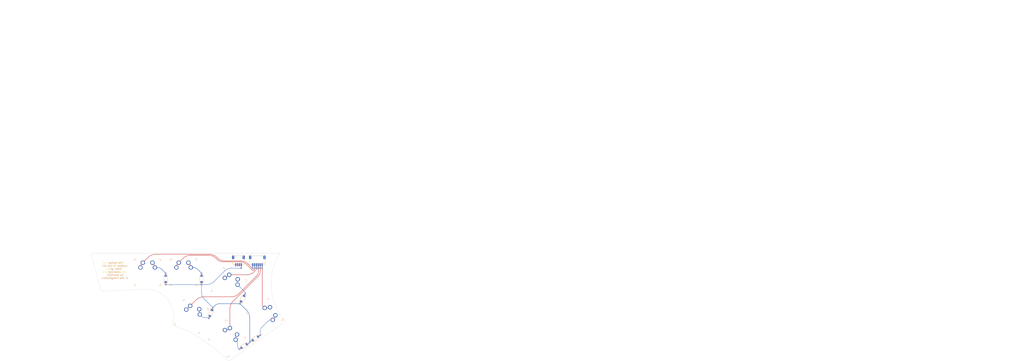
<source format=kicad_pcb>
(kicad_pcb (version 20211014) (generator pcbnew)
  (layers (0 "F.Cu" signal) (31 "B.Cu" signal) (34 "B.Paste" user) (35 "F.Paste" user) (36 "B.SilkS" user "B.Silkscreen") (37 "F.SilkS" user "F.Silkscreen") (38 "B.Mask" user) (39 "F.Mask" user) (44 "Edge.Cuts" user))
  (net 0 "")
  (footprint "Connector_JST:JST_SH_SM06B-SRSS-TB_1x06-1MP_P1.00mm_Horizontal" (layer "F.Cu") (at 154 84 180)
    (fp_text reference "REF**" hide)
    (fp_text value "JST_SH_SM06B-SRSS-TB_1x06-1MP_P1.00mm_Horizontal" hide)
    (fp_line (start -3.06 -1.785) (end -3.06 -2.775) (layer "F.SilkS") (width 0.12))
    (fp_line (start -4.11 0.715) (end -4.11 -1.785) (layer "F.SilkS") (width 0.12))
    (fp_line (start 4.11 0.715) (end 4.11 -1.785) (layer "F.SilkS") (width 0.12))
    (fp_line (start 4.11 -1.785) (end 3.06 -1.785) (layer "F.SilkS") (width 0.12))
    (fp_line (start -2.94 2.685) (end 2.94 2.685) (layer "F.SilkS") (width 0.12))
    (fp_line (start -4.11 -1.785) (end -3.06 -1.785) (layer "F.SilkS") (width 0.12))
    (pad "1" smd roundrect (at -2.5 -2 180) (size 0.6 1.55) (layers "F.Cu" "F.Paste" "F.Mask"))
    (pad "2" smd roundrect (at -1.5 -2 180) (size 0.6 1.55) (layers "F.Cu" "F.Paste" "F.Mask"))
    (pad "3" smd roundrect (at -0.5 -2 180) (size 0.6 1.55) (layers "F.Cu" "F.Paste" "F.Mask"))
    (pad "4" smd roundrect (at 0.5 -2 180) (size 0.6 1.55) (layers "F.Cu" "F.Paste" "F.Mask"))
    (pad "5" smd roundrect (at 1.5 -2 180) (size 0.6 1.55) (layers "F.Cu" "F.Paste" "F.Mask"))
    (pad "6" smd roundrect (at 2.5 -2 180) (size 0.6 1.55) (layers "F.Cu" "F.Paste" "F.Mask"))
    (pad "MP" smd roundrect (at -3.8 1.875 180) (size 1.2 1.8) (layers "F.Cu" "F.Paste" "F.Mask") (roundrect_rratio 0.2083333333))
    (pad "MP" smd roundrect (at 3.8 1.875 180) (size 1.2 1.8) (layers "F.Cu" "F.Paste" "F.Mask") (roundrect_rratio 0.2083333333))
  )
  (footprint "Diode_SMD:D_SOD-123" (layer "F.Cu") (at 129.435665 111.550492 -110)
    (fp_text reference "REF**" hide)
    (fp_text value "D_SOD-123" hide)
    (fp_line (start -2.25 -1) (end 1.65 -1) (layer "F.SilkS") (width 0.12))
    (fp_line (start -2.25 1) (end 1.65 1) (layer "F.SilkS") (width 0.12))
    (fp_line (start -2.25 -1) (end -2.25 1) (layer "F.SilkS") (width 0.12))
    (pad "1" smd rect (at -1.65 0 250) (size 0.9 1.2) (layers "F.Cu" "F.Paste" "F.Mask"))
    (pad "2" smd rect (at 1.65 0 250) (size 0.9 1.2) (layers "F.Cu" "F.Paste" "F.Mask"))
  )
  (footprint "keyswitches:SW_MX_reversible" (layer "F.Cu") (at 139 97 -28)
    (fp_text reference "SW*" hide)
    (fp_text value "SW_PUSH" hide)
    (fp_line (start -7 -6) (end -7 -7) (layer "B.SilkS") (width 0.15))
    (fp_line (start 7 6) (end 7 7) (layer "B.SilkS") (width 0.15))
    (fp_line (start 7 -7) (end 7 -6) (layer "B.SilkS") (width 0.15))
    (fp_line (start -7 -7) (end -6 -7) (layer "B.SilkS") (width 0.15))
    (fp_line (start -6 7) (end -7 7) (layer "B.SilkS") (width 0.15))
    (fp_line (start 7 7) (end 6 7) (layer "B.SilkS") (width 0.15))
    (fp_line (start -7 7) (end -7 6) (layer "B.SilkS") (width 0.15))
    (fp_line (start 6 -7) (end 7 -7) (layer "B.SilkS") (width 0.15))
    (fp_line (start 7 6) (end 7 7) (layer "F.SilkS") (width 0.15))
    (fp_line (start -7 7) (end -7 6) (layer "F.SilkS") (width 0.15))
    (fp_line (start 7 7) (end 6 7) (layer "F.SilkS") (width 0.15))
    (fp_line (start -7 -7) (end -6 -7) (layer "F.SilkS") (width 0.15))
    (fp_line (start 7 -7) (end 7 -6) (layer "F.SilkS") (width 0.15))
    (fp_line (start -6 7) (end -7 7) (layer "F.SilkS") (width 0.15))
    (fp_line (start -7 -6) (end -7 -7) (layer "F.SilkS") (width 0.15))
    (fp_line (start 6 -7) (end 7 -7) (layer "F.SilkS") (width 0.15))
    (pad "" np_thru_hole circle (at 0 0 332) (size 3.9878 3.9878) (drill 3.9878) (layers *.Cu *.Mask))
    (pad "" np_thru_hole circle (at 5.08 0 332) (size 1.7018 1.7018) (drill 1.7018) (layers *.Cu *.Mask))
    (pad "" np_thru_hole circle (at -5.08 0 332) (size 1.7018 1.7018) (drill 1.7018) (layers *.Cu *.Mask))
    (pad "1" thru_hole circle (at -3.81 -2.54 332) (size 2.286 2.286) (drill 1.4986) (layers *.Cu *.Mask))
    (pad "1" thru_hole circle (at -2.54 -5.08 332) (size 2.286 2.286) (drill 1.4986) (layers *.Cu *.Mask))
    (pad "2" thru_hole circle (at 2.54 -5.08 332) (size 2.286 2.286) (drill 1.4986) (layers *.Cu *.Mask))
    (pad "2" thru_hole circle (at 3.81 -2.54 332) (size 2.286 2.286) (drill 1.4986) (layers *.Cu *.Mask))
  )
  (footprint "Diode_SMD:D_SOD-123" (layer "F.Cu") (at 105.5 93.5 90)
    (fp_text reference "REF**" hide)
    (fp_text value "D_SOD-123" hide)
    (fp_line (start -2.25 1) (end 1.65 1) (layer "F.SilkS") (width 0.12))
    (fp_line (start -2.25 -1) (end 1.65 -1) (layer "F.SilkS") (width 0.12))
    (fp_line (start -2.25 -1) (end -2.25 1) (layer "F.SilkS") (width 0.12))
    (pad "1" smd rect (at -1.65 0 90) (size 0.9 1.2) (layers "F.Cu" "F.Paste" "F.Mask"))
    (pad "2" smd rect (at 1.65 0 90) (size 0.9 1.2) (layers "F.Cu" "F.Paste" "F.Mask"))
  )
  (footprint "keyswitches:SW_MX_reversible" (layer "F.Cu") (at 115 90)
    (fp_text reference "SW*" hide)
    (fp_text value "SW_PUSH" hide)
    (fp_line (start 7 -7) (end 7 -6) (layer "B.SilkS") (width 0.15))
    (fp_line (start 7 7) (end 6 7) (layer "B.SilkS") (width 0.15))
    (fp_line (start -6 7) (end -7 7) (layer "B.SilkS") (width 0.15))
    (fp_line (start -7 7) (end -7 6) (layer "B.SilkS") (width 0.15))
    (fp_line (start 6 -7) (end 7 -7) (layer "B.SilkS") (width 0.15))
    (fp_line (start -7 -6) (end -7 -7) (layer "B.SilkS") (width 0.15))
    (fp_line (start 7 6) (end 7 7) (layer "B.SilkS") (width 0.15))
    (fp_line (start -7 -7) (end -6 -7) (layer "B.SilkS") (width 0.15))
    (fp_line (start 7 -7) (end 7 -6) (layer "F.SilkS") (width 0.15))
    (fp_line (start 7 7) (end 6 7) (layer "F.SilkS") (width 0.15))
    (fp_line (start -7 -7) (end -6 -7) (layer "F.SilkS") (width 0.15))
    (fp_line (start -7 7) (end -7 6) (layer "F.SilkS") (width 0.15))
    (fp_line (start -6 7) (end -7 7) (layer "F.SilkS") (width 0.15))
    (fp_line (start 7 6) (end 7 7) (layer "F.SilkS") (width 0.15))
    (fp_line (start 6 -7) (end 7 -7) (layer "F.SilkS") (width 0.15))
    (fp_line (start -7 -6) (end -7 -7) (layer "F.SilkS") (width 0.15))
    (pad "" np_thru_hole circle (at -5.08 0) (size 1.7018 1.7018) (drill 1.7018) (layers *.Cu *.Mask))
    (pad "" np_thru_hole circle (at 5.08 0) (size 1.7018 1.7018) (drill 1.7018) (layers *.Cu *.Mask))
    (pad "" np_thru_hole circle (at 0 0) (size 3.9878 3.9878) (drill 3.9878) (layers *.Cu *.Mask))
    (pad "1" thru_hole circle (at -2.54 -5.08) (size 2.286 2.286) (drill 1.4986) (layers *.Cu *.Mask))
    (pad "1" thru_hole circle (at -3.81 -2.54) (size 2.286 2.286) (drill 1.4986) (layers *.Cu *.Mask))
    (pad "2" thru_hole circle (at 3.81 -2.54) (size 2.286 2.286) (drill 1.4986) (layers *.Cu *.Mask))
    (pad "2" thru_hole circle (at 2.54 -5.08) (size 2.286 2.286) (drill 1.4986) (layers *.Cu *.Mask))
  )
  (footprint "keyswitches:SW_MX_reversible" (layer "F.Cu") (at 96 90)
    (fp_text reference "SW*" hide)
    (fp_text value "SW_PUSH" hide)
    (fp_line (start 7 7) (end 6 7) (layer "B.SilkS") (width 0.15))
    (fp_line (start 7 -7) (end 7 -6) (layer "B.SilkS") (width 0.15))
    (fp_line (start -7 -6) (end -7 -7) (layer "B.SilkS") (width 0.15))
    (fp_line (start 6 -7) (end 7 -7) (layer "B.SilkS") (width 0.15))
    (fp_line (start -7 7) (end -7 6) (layer "B.SilkS") (width 0.15))
    (fp_line (start 7 6) (end 7 7) (layer "B.SilkS") (width 0.15))
    (fp_line (start -7 -7) (end -6 -7) (layer "B.SilkS") (width 0.15))
    (fp_line (start -6 7) (end -7 7) (layer "B.SilkS") (width 0.15))
    (fp_line (start -6 7) (end -7 7) (layer "F.SilkS") (width 0.15))
    (fp_line (start -7 -6) (end -7 -7) (layer "F.SilkS") (width 0.15))
    (fp_line (start 7 6) (end 7 7) (layer "F.SilkS") (width 0.15))
    (fp_line (start 7 -7) (end 7 -6) (layer "F.SilkS") (width 0.15))
    (fp_line (start 7 7) (end 6 7) (layer "F.SilkS") (width 0.15))
    (fp_line (start -7 -7) (end -6 -7) (layer "F.SilkS") (width 0.15))
    (fp_line (start -7 7) (end -7 6) (layer "F.SilkS") (width 0.15))
    (fp_line (start 6 -7) (end 7 -7) (layer "F.SilkS") (width 0.15))
    (pad "" np_thru_hole circle (at 0 0) (size 3.9878 3.9878) (drill 3.9878) (layers *.Cu *.Mask))
    (pad "" np_thru_hole circle (at 5.08 0) (size 1.7018 1.7018) (drill 1.7018) (layers *.Cu *.Mask))
    (pad "" np_thru_hole circle (at -5.08 0) (size 1.7018 1.7018) (drill 1.7018) (layers *.Cu *.Mask))
    (pad "1" thru_hole circle (at -3.81 -2.54) (size 2.286 2.286) (drill 1.4986) (layers *.Cu *.Mask))
    (pad "1" thru_hole circle (at -2.54 -5.08) (size 2.286 2.286) (drill 1.4986) (layers *.Cu *.Mask))
    (pad "2" thru_hole circle (at 2.54 -5.08) (size 2.286 2.286) (drill 1.4986) (layers *.Cu *.Mask))
    (pad "2" thru_hole circle (at 3.81 -2.54) (size 2.286 2.286) (drill 1.4986) (layers *.Cu *.Mask))
  )
  (footprint "keyswitches:SW_MX_reversible" (layer "F.Cu") (at 157.924439 113.440293 -56)
    (fp_text reference "SW*" hide)
    (fp_text value "SW_PUSH" hide)
    (fp_line (start -7 7) (end -7 6) (layer "B.SilkS") (width 0.15))
    (fp_line (start 7 -7) (end 7 -6) (layer "B.SilkS") (width 0.15))
    (fp_line (start -7 -7) (end -6 -7) (layer "B.SilkS") (width 0.15))
    (fp_line (start -7 -6) (end -7 -7) (layer "B.SilkS") (width 0.15))
    (fp_line (start 7 7) (end 6 7) (layer "B.SilkS") (width 0.15))
    (fp_line (start 7 6) (end 7 7) (layer "B.SilkS") (width 0.15))
    (fp_line (start 6 -7) (end 7 -7) (layer "B.SilkS") (width 0.15))
    (fp_line (start -6 7) (end -7 7) (layer "B.SilkS") (width 0.15))
    (fp_line (start 7 -7) (end 7 -6) (layer "F.SilkS") (width 0.15))
    (fp_line (start 7 6) (end 7 7) (layer "F.SilkS") (width 0.15))
    (fp_line (start 6 -7) (end 7 -7) (layer "F.SilkS") (width 0.15))
    (fp_line (start -7 -6) (end -7 -7) (layer "F.SilkS") (width 0.15))
    (fp_line (start -7 7) (end -7 6) (layer "F.SilkS") (width 0.15))
    (fp_line (start -7 -7) (end -6 -7) (layer "F.SilkS") (width 0.15))
    (fp_line (start -6 7) (end -7 7) (layer "F.SilkS") (width 0.15))
    (fp_line (start 7 7) (end 6 7) (layer "F.SilkS") (width 0.15))
    (pad "" np_thru_hole circle (at -5.08 0 304) (size 1.7018 1.7018) (drill 1.7018) (layers *.Cu *.Mask))
    (pad "" np_thru_hole circle (at 0 0 304) (size 3.9878 3.9878) (drill 3.9878) (layers *.Cu *.Mask))
    (pad "" np_thru_hole circle (at 5.08 0 304) (size 1.7018 1.7018) (drill 1.7018) (layers *.Cu *.Mask))
    (pad "1" thru_hole circle (at -3.81 -2.54 304) (size 2.286 2.286) (drill 1.4986) (layers *.Cu *.Mask))
    (pad "1" thru_hole circle (at -2.54 -5.08 304) (size 2.286 2.286) (drill 1.4986) (layers *.Cu *.Mask))
    (pad "2" thru_hole circle (at 2.54 -5.08 304) (size 2.286 2.286) (drill 1.4986) (layers *.Cu *.Mask))
    (pad "2" thru_hole circle (at 3.81 -2.54 304) (size 2.286 2.286) (drill 1.4986) (layers *.Cu *.Mask))
  )
  (footprint "Diode_SMD:D_SOD-123" (layer "F.Cu") (at 147 129 -146)
    (fp_text reference "REF**" hide)
    (fp_text value "D_SOD-123" hide)
    (fp_line (start -2.25 -1) (end -2.25 1) (layer "F.SilkS") (width 0.12))
    (fp_line (start -2.25 -1) (end 1.65 -1) (layer "F.SilkS") (width 0.12))
    (fp_line (start -2.25 1) (end 1.65 1) (layer "F.SilkS") (width 0.12))
    (pad "1" smd rect (at -1.65 0 214) (size 0.9 1.2) (layers "F.Cu" "F.Paste" "F.Mask"))
    (pad "2" smd rect (at 1.65 0 214) (size 0.9 1.2) (layers "F.Cu" "F.Paste" "F.Mask"))
  )
  (footprint "Diode_SMD:D_SOD-123" (layer "F.Cu") (at 153 125 34)
    (fp_text reference "REF**" hide)
    (fp_text value "D_SOD-123" hide)
    (fp_line (start -2.25 -1) (end -2.25 1) (layer "F.SilkS") (width 0.12))
    (fp_line (start -2.25 -1) (end 1.65 -1) (layer "F.SilkS") (width 0.12))
    (fp_line (start -2.25 1) (end 1.65 1) (layer "F.SilkS") (width 0.12))
    (pad "1" smd rect (at -1.65 0 34) (size 0.9 1.2) (layers "F.Cu" "F.Paste" "F.Mask"))
    (pad "2" smd rect (at 1.65 0 34) (size 0.9 1.2) (layers "F.Cu" "F.Paste" "F.Mask"))
  )
  (footprint "Diode_SMD:D_SOD-123" (layer "F.Cu") (at 124.5 93.5 90)
    (fp_text reference "REF**" hide)
    (fp_text value "D_SOD-123" hide)
    (fp_line (start -2.25 -1) (end 1.65 -1) (layer "F.SilkS") (width 0.12))
    (fp_line (start -2.25 1) (end 1.65 1) (layer "F.SilkS") (width 0.12))
    (fp_line (start -2.25 -1) (end -2.25 1) (layer "F.SilkS") (width 0.12))
    (pad "1" smd rect (at -1.65 0 90) (size 0.9 1.2) (layers "F.Cu" "F.Paste" "F.Mask"))
    (pad "2" smd rect (at 1.65 0 90) (size 0.9 1.2) (layers "F.Cu" "F.Paste" "F.Mask"))
  )
  (footprint "keyswitches:SW_MX_reversible" (layer "F.Cu") (at 138 125 -42)
    (fp_text reference "SW*" hide)
    (fp_text value "SW_PUSH" hide)
    (fp_line (start -7 7) (end -7 6) (layer "B.SilkS") (width 0.15))
    (fp_line (start 7 -7) (end 7 -6) (layer "B.SilkS") (width 0.15))
    (fp_line (start 6 -7) (end 7 -7) (layer "B.SilkS") (width 0.15))
    (fp_line (start -6 7) (end -7 7) (layer "B.SilkS") (width 0.15))
    (fp_line (start -7 -6) (end -7 -7) (layer "B.SilkS") (width 0.15))
    (fp_line (start 7 6) (end 7 7) (layer "B.SilkS") (width 0.15))
    (fp_line (start -7 -7) (end -6 -7) (layer "B.SilkS") (width 0.15))
    (fp_line (start 7 7) (end 6 7) (layer "B.SilkS") (width 0.15))
    (fp_line (start 7 7) (end 6 7) (layer "F.SilkS") (width 0.15))
    (fp_line (start -7 -7) (end -6 -7) (layer "F.SilkS") (width 0.15))
    (fp_line (start -6 7) (end -7 7) (layer "F.SilkS") (width 0.15))
    (fp_line (start 6 -7) (end 7 -7) (layer "F.SilkS") (width 0.15))
    (fp_line (start -7 7) (end -7 6) (layer "F.SilkS") (width 0.15))
    (fp_line (start -7 -6) (end -7 -7) (layer "F.SilkS") (width 0.15))
    (fp_line (start 7 6) (end 7 7) (layer "F.SilkS") (width 0.15))
    (fp_line (start 7 -7) (end 7 -6) (layer "F.SilkS") (width 0.15))
    (pad "" np_thru_hole circle (at -5.08 0 318) (size 1.7018 1.7018) (drill 1.7018) (layers *.Cu *.Mask))
    (pad "" np_thru_hole circle (at 5.08 0 318) (size 1.7018 1.7018) (drill 1.7018) (layers *.Cu *.Mask))
    (pad "" np_thru_hole circle (at 0 0 318) (size 3.9878 3.9878) (drill 3.9878) (layers *.Cu *.Mask))
    (pad "1" thru_hole circle (at -2.54 -5.08 318) (size 2.286 2.286) (drill 1.4986) (layers *.Cu *.Mask))
    (pad "1" thru_hole circle (at -3.81 -2.54 318) (size 2.286 2.286) (drill 1.4986) (layers *.Cu *.Mask))
    (pad "2" thru_hole circle (at 2.54 -5.08 318) (size 2.286 2.286) (drill 1.4986) (layers *.Cu *.Mask))
    (pad "2" thru_hole circle (at 3.81 -2.54 318) (size 2.286 2.286) (drill 1.4986) (layers *.Cu *.Mask))
  )
  (footprint "Diode_SMD:D_SOD-123" (layer "F.Cu") (at 146.225372 103.956864 62)
    (fp_text reference "REF**" hide)
    (fp_text value "D_SOD-123" hide)
    (fp_line (start -2.25 -1) (end -2.25 1) (layer "F.SilkS") (width 0.12))
    (fp_line (start -2.25 -1) (end 1.65 -1) (layer "F.SilkS") (width 0.12))
    (fp_line (start -2.25 1) (end 1.65 1) (layer "F.SilkS") (width 0.12))
    (pad "1" smd rect (at -1.65 0 62) (size 0.9 1.2) (layers "F.Cu" "F.Paste" "F.Mask"))
    (pad "2" smd rect (at 1.65 0 62) (size 0.9 1.2) (layers "F.Cu" "F.Paste" "F.Mask"))
  )
  (footprint "Connector_JST:JST_SH_SM04B-SRSS-TB_1x04-1MP_P1.00mm_Horizontal" (layer "F.Cu") (at 144 84 180)
    (fp_text reference "REF**" hide)
    (fp_text value "JST_SH_SM04B-SRSS-TB_1x04-1MP_P1.00mm_Horizontal" hide)
    (fp_line (start 3.11 -1.785) (end 2.06 -1.785) (layer "F.SilkS") (width 0.12))
    (fp_line (start -1.94 2.685) (end 1.94 2.685) (layer "F.SilkS") (width 0.12))
    (fp_line (start -2.06 -1.785) (end -2.06 -2.775) (layer "F.SilkS") (width 0.12))
    (fp_line (start -3.11 0.715) (end -3.11 -1.785) (layer "F.SilkS") (width 0.12))
    (fp_line (start -3.11 -1.785) (end -2.06 -1.785) (layer "F.SilkS") (width 0.12))
    (fp_line (start 3.11 0.715) (end 3.11 -1.785) (layer "F.SilkS") (width 0.12))
    (pad "1" smd roundrect (at -1.5 -2 180) (size 0.6 1.55) (layers "F.Cu" "F.Paste" "F.Mask"))
    (pad "2" smd roundrect (at -0.5 -2 180) (size 0.6 1.55) (layers "F.Cu" "F.Paste" "F.Mask"))
    (pad "3" smd roundrect (at 0.5 -2 180) (size 0.6 1.55) (layers "F.Cu" "F.Paste" "F.Mask"))
    (pad "4" smd roundrect (at 1.5 -2 180) (size 0.6 1.55) (layers "F.Cu" "F.Paste" "F.Mask"))
    (pad "MP" smd roundrect (at 2.8 1.875 180) (size 1.2 1.8) (layers "F.Cu" "F.Paste" "F.Mask") (roundrect_rratio 0.2083333333))
    (pad "MP" smd roundrect (at -2.8 1.875 180) (size 1.2 1.8) (layers "F.Cu" "F.Paste" "F.Mask") (roundrect_rratio 0.2083333333))
  )
  (footprint "keyswitches:SW_MX_reversible" (layer "F.Cu") (at 119.143788 113.417906 -20)
    (fp_text reference "SW*" hide)
    (fp_text value "SW_PUSH" hide)
    (fp_line (start 7 6) (end 7 7) (layer "B.SilkS") (width 0.15))
    (fp_line (start 7 -7) (end 7 -6) (layer "B.SilkS") (width 0.15))
    (fp_line (start -7 7) (end -7 6) (layer "B.SilkS") (width 0.15))
    (fp_line (start -6 7) (end -7 7) (layer "B.SilkS") (width 0.15))
    (fp_line (start 7 7) (end 6 7) (layer "B.SilkS") (width 0.15))
    (fp_line (start 6 -7) (end 7 -7) (layer "B.SilkS") (width 0.15))
    (fp_line (start -7 -7) (end -6 -7) (layer "B.SilkS") (width 0.15))
    (fp_line (start -7 -6) (end -7 -7) (layer "B.SilkS") (width 0.15))
    (fp_line (start 6 -7) (end 7 -7) (layer "F.SilkS") (width 0.15))
    (fp_line (start -7 7) (end -7 6) (layer "F.SilkS") (width 0.15))
    (fp_line (start 7 7) (end 6 7) (layer "F.SilkS") (width 0.15))
    (fp_line (start 7 6) (end 7 7) (layer "F.SilkS") (width 0.15))
    (fp_line (start -7 -7) (end -6 -7) (layer "F.SilkS") (width 0.15))
    (fp_line (start 7 -7) (end 7 -6) (layer "F.SilkS") (width 0.15))
    (fp_line (start -7 -6) (end -7 -7) (layer "F.SilkS") (width 0.15))
    (fp_line (start -6 7) (end -7 7) (layer "F.SilkS") (width 0.15))
    (pad "" np_thru_hole circle (at 5.08 0 340) (size 1.7018 1.7018) (drill 1.7018) (layers *.Cu *.Mask))
    (pad "" np_thru_hole circle (at -5.08 0 340) (size 1.7018 1.7018) (drill 1.7018) (layers *.Cu *.Mask))
    (pad "" np_thru_hole circle (at 0 0 340) (size 3.9878 3.9878) (drill 3.9878) (layers *.Cu *.Mask))
    (pad "1" thru_hole circle (at -2.54 -5.08 340) (size 2.286 2.286) (drill 1.4986) (layers *.Cu *.Mask))
    (pad "1" thru_hole circle (at -3.81 -2.54 340) (size 2.286 2.286) (drill 1.4986) (layers *.Cu *.Mask))
    (pad "2" thru_hole circle (at 3.81 -2.54 340) (size 2.286 2.286) (drill 1.4986) (layers *.Cu *.Mask))
    (pad "2" thru_hole circle (at 2.54 -5.08 340) (size 2.286 2.286) (drill 1.4986) (layers *.Cu *.Mask))
  )
  (footprint "Connector_JST:JST_SH_SM06B-SRSS-TB_1x06-1MP_P1.00mm_Horizontal" (layer "B.Cu") (at 154 84)
    (fp_text reference "REF**" hide)
    (fp_text value "JST_SH_SM06B-SRSS-TB_1x06-1MP_P1.00mm_Horizontal" hide)
    (fp_line (start -3.06 1.785) (end -3.06 2.775) (layer "B.SilkS") (width 0.12))
    (fp_line (start 4.11 1.785) (end 3.06 1.785) (layer "B.SilkS") (width 0.12))
    (fp_line (start 4.11 -0.715) (end 4.11 1.785) (layer "B.SilkS") (width 0.12))
    (fp_line (start -4.11 -0.715) (end -4.11 1.785) (layer "B.SilkS") (width 0.12))
    (fp_line (start -2.94 -2.685) (end 2.94 -2.685) (layer "B.SilkS") (width 0.12))
    (fp_line (start -4.11 1.785) (end -3.06 1.785) (layer "B.SilkS") (width 0.12))
    (pad "1" smd roundrect (at -2.5 2) (size 0.6 1.55) (layers "B.Cu" "B.Paste" "B.Mask"))
    (pad "2" smd roundrect (at -1.5 2) (size 0.6 1.55) (layers "B.Cu" "B.Paste" "B.Mask"))
    (pad "3" smd roundrect (at -0.5 2) (size 0.6 1.55) (layers "B.Cu" "B.Paste" "B.Mask"))
    (pad "4" smd roundrect (at 0.5 2) (size 0.6 1.55) (layers "B.Cu" "B.Paste" "B.Mask"))
    (pad "5" smd roundrect (at 1.5 2) (size 0.6 1.55) (layers "B.Cu" "B.Paste" "B.Mask"))
    (pad "6" smd roundrect (at 2.5 2) (size 0.6 1.55) (layers "B.Cu" "B.Paste" "B.Mask"))
    (pad "MP" smd roundrect (at -3.8 -1.875) (size 1.2 1.8) (layers "B.Cu" "B.Paste" "B.Mask") (roundrect_rratio 0.2083333333))
    (pad "MP" smd roundrect (at 3.8 -1.875) (size 1.2 1.8) (layers "B.Cu" "B.Paste" "B.Mask") (roundrect_rratio 0.2083333333))
  )
  (footprint "Diode_SMD:D_SOD-123" (layer "B.Cu") (at 146.225372 103.956864 62)
    (fp_text reference "REF**" hide)
    (fp_text value "D_SOD-123" hide)
    (fp_line (start -2.25 1) (end -2.25 -1) (layer "B.SilkS") (width 0.12))
    (fp_line (start -2.25 1) (end 1.65 1) (layer "B.SilkS") (width 0.12))
    (fp_line (start -2.25 -1) (end 1.65 -1) (layer "B.SilkS") (width 0.12))
    (pad "1" smd rect (at -1.65 0 62) (size 0.9 1.2) (layers "B.Cu" "B.Paste" "B.Mask"))
    (pad "2" smd rect (at 1.65 0 62) (size 0.9 1.2) (layers "B.Cu" "B.Paste" "B.Mask"))
  )
  (footprint "Diode_SMD:D_SOD-123" (layer "B.Cu") (at 147 129 -146)
    (fp_text reference "REF**" hide)
    (fp_text value "D_SOD-123" hide)
    (fp_line (start -2.25 -1) (end 1.65 -1) (layer "B.SilkS") (width 0.12))
    (fp_line (start -2.25 1) (end -2.25 -1) (layer "B.SilkS") (width 0.12))
    (fp_line (start -2.25 1) (end 1.65 1) (layer "B.SilkS") (width 0.12))
    (pad "1" smd rect (at -1.65 0 214) (size 0.9 1.2) (layers "B.Cu" "B.Paste" "B.Mask"))
    (pad "2" smd rect (at 1.65 0 214) (size 0.9 1.2) (layers "B.Cu" "B.Paste" "B.Mask"))
  )
  (footprint "Diode_SMD:D_SOD-123" (layer "B.Cu") (at 153 125 34)
    (fp_text reference "REF**" hide)
    (fp_text value "D_SOD-123" hide)
    (fp_line (start -2.25 1) (end -2.25 -1) (layer "B.SilkS") (width 0.12))
    (fp_line (start -2.25 -1) (end 1.65 -1) (layer "B.SilkS") (width 0.12))
    (fp_line (start -2.25 1) (end 1.65 1) (layer "B.SilkS") (width 0.12))
    (pad "1" smd rect (at -1.65 0 34) (size 0.9 1.2) (layers "B.Cu" "B.Paste" "B.Mask"))
    (pad "2" smd rect (at 1.65 0 34) (size 0.9 1.2) (layers "B.Cu" "B.Paste" "B.Mask"))
  )
  (footprint "Diode_SMD:D_SOD-123" (layer "B.Cu") (at 124.5 93.5 90)
    (fp_text reference "REF**" hide)
    (fp_text value "D_SOD-123" hide)
    (fp_line (start -2.25 1) (end -2.25 -1) (layer "B.SilkS") (width 0.12))
    (fp_line (start -2.25 1) (end 1.65 1) (layer "B.SilkS") (width 0.12))
    (fp_line (start -2.25 -1) (end 1.65 -1) (layer "B.SilkS") (width 0.12))
    (pad "1" smd rect (at -1.65 0 90) (size 0.9 1.2) (layers "B.Cu" "B.Paste" "B.Mask"))
    (pad "2" smd rect (at 1.65 0 90) (size 0.9 1.2) (layers "B.Cu" "B.Paste" "B.Mask"))
  )
  (footprint "Diode_SMD:D_SOD-123" (layer "B.Cu") (at 105.5 93.5 90)
    (fp_text reference "REF**" hide)
    (fp_text value "D_SOD-123" hide)
    (fp_line (start -2.25 -1) (end 1.65 -1) (layer "B.SilkS") (width 0.12))
    (fp_line (start -2.25 1) (end 1.65 1) (layer "B.SilkS") (width 0.12))
    (fp_line (start -2.25 1) (end -2.25 -1) (layer "B.SilkS") (width 0.12))
    (pad "1" smd rect (at -1.65 0 90) (size 0.9 1.2) (layers "B.Cu" "B.Paste" "B.Mask"))
    (pad "2" smd rect (at 1.65 0 90) (size 0.9 1.2) (layers "B.Cu" "B.Paste" "B.Mask"))
  )
  (footprint "Diode_SMD:D_SOD-123" (layer "B.Cu") (at 129.435665 111.550492 -110)
    (fp_text reference "REF**" hide)
    (fp_text value "D_SOD-123" hide)
    (fp_line (start -2.25 1) (end 1.65 1) (layer "B.SilkS") (width 0.12))
    (fp_line (start -2.25 1) (end -2.25 -1) (layer "B.SilkS") (width 0.12))
    (fp_line (start -2.25 -1) (end 1.65 -1) (layer "B.SilkS") (width 0.12))
    (pad "1" smd rect (at -1.65 0 250) (size 0.9 1.2) (layers "B.Cu" "B.Paste" "B.Mask"))
    (pad "2" smd rect (at 1.65 0 250) (size 0.9 1.2) (layers "B.Cu" "B.Paste" "B.Mask"))
  )
  (footprint "Connector_JST:JST_SH_SM04B-SRSS-TB_1x04-1MP_P1.00mm_Horizontal" (layer "B.Cu") (at 144 84)
    (fp_text reference "REF**" hide)
    (fp_text value "JST_SH_SM04B-SRSS-TB_1x04-1MP_P1.00mm_Horizontal" hide)
    (fp_line (start 3.11 -0.715) (end 3.11 1.785) (layer "B.SilkS") (width 0.12))
    (fp_line (start -3.11 1.785) (end -2.06 1.785) (layer "B.SilkS") (width 0.12))
    (fp_line (start -1.94 -2.685) (end 1.94 -2.685) (layer "B.SilkS") (width 0.12))
    (fp_line (start 3.11 1.785) (end 2.06 1.785) (layer "B.SilkS") (width 0.12))
    (fp_line (start -2.06 1.785) (end -2.06 2.775) (layer "B.SilkS") (width 0.12))
    (fp_line (start -3.11 -0.715) (end -3.11 1.785) (layer "B.SilkS") (width 0.12))
    (pad "1" smd roundrect (at -1.5 2) (size 0.6 1.55) (layers "B.Cu" "B.Paste" "B.Mask"))
    (pad "2" smd roundrect (at -0.5 2) (size 0.6 1.55) (layers "B.Cu" "B.Paste" "B.Mask"))
    (pad "3" smd roundrect (at 0.5 2) (size 0.6 1.55) (layers "B.Cu" "B.Paste" "B.Mask"))
    (pad "4" smd roundrect (at 1.5 2) (size 0.6 1.55) (layers "B.Cu" "B.Paste" "B.Mask"))
    (pad "MP" smd roundrect (at -2.8 -1.875) (size 1.2 1.8) (layers "B.Cu" "B.Paste" "B.Mask") (roundrect_rratio 0.2083333333))
    (pad "MP" smd roundrect (at 2.8 -1.875) (size 1.2 1.8) (layers "B.Cu" "B.Paste" "B.Mask") (roundrect_rratio 0.2083333333))
  )
  (gr_line (start 169 116) (end 139 137) (layer "Edge.Cuts") (width 0.1))
  (gr_line (start 139 137) (end 131 130) (layer "Edge.Cuts") (width 0.1))
  (gr_arc (start 169 116) (mid 161.37661 98.510282) (end 166 80) (layer "Edge.Cuts") (width 0.1))
  (gr_arc (start 95 99) (mid 106.997066 104.817951) (end 109 118) (layer "Edge.Cuts") (width 0.1))
  (gr_line (start 121 123) (end 117 121) (layer "Edge.Cuts") (width 0.1))
  (gr_line (start 95 99) (end 71.487868 100) (layer "Edge.Cuts") (width 0.1))
  (gr_line (start 125 80) (end 166 80) (layer "Edge.Cuts") (width 0.1))
  (gr_line (start 66 80) (end 125 80) (layer "Edge.Cuts") (width 0.1))
  (gr_line (start 71.487868 100) (end 66 80) (layer "Edge.Cuts") (width 0.1))
  (gr_line (start 117 121) (end 109 118) (layer "Edge.Cuts") (width 0.1))
  (gr_line (start 131 130) (end 121 123) (layer "Edge.Cuts") (width 0.1))
  (gr_text "He builds \ncastles in the air,\nfrom air, \ncreating\nby exertion \nof the imagination.\n" (at 78.5 89) (layer "B.SilkS") (effects (font (size 1 1)) (justify mirror)))
  (gr_text "The programmer, \nlike the poet,\nworks only \nslightly removed\nfrom pure \nthought-stuff.\n" (at 78.5 89) (layer "F.SilkS") (effects (font (size 1 1))))
  (segment (start 153.6 87.8) (end 153.6 86.17071) (width 0.2) (layer "F.Cu") (net 0))
  (segment (start 136.753963 84) (end 145.246036 84) (width 0.2) (layer "F.Cu") (net 0))
  (segment (start 111.19 86.825) (end 111.19 87.46) (width 0.2) (layer "F.Cu") (net 0))
  (segment (start 105.5 90.5) (end 105.5 91.85) (width 0.25) (layer "F.Cu") (net 0))
  (segment (start 160.088286 108.86131) (end 157.899669 108.86131) (width 0.2) (layer "F.Cu") (net 0))
  (segment (start 155.6 89.35) (end 155.6 87.8) (width 0.2) (layer "F.Cu") (net 0))
  (segment (start 144.816957 106.605707) (end 145.450743 105.413727) (width 0.25) (layer "F.Cu") (net 0))
  (segment (start 152.6 87.8) (end 152.6 86.17071) (width 0.2) (layer "F.Cu") (net 0))
  (segment (start 151.5 87.8) (end 151.5 86) (width 0.2) (layer "F.Cu") (net 0))
  (segment (start 123.26807 111.779922) (end 123.26807 109.512999) (width 0.2) (layer "F.Cu") (net 0))
  (segment (start 128.746036 80.5) (end 100.133963 80.5) (width 0.2) (layer "F.Cu") (net 0))
  (segment (start 142.530974 124.214642) (end 142.530974 125.6618) (width 0.2) (layer "F.Cu") (net 0))
  (segment (start 148.593792 86.093792) (end 151.323223 88.823223) (width 0.2) (layer "F.Cu") (net 0))
  (segment (start 154.6 89.35) (end 154.6 87.8) (width 0.2) (layer "F.Cu") (net 0))
  (segment (start 142.908872 123.302314) (end 143.286771 122.924416) (width 0.2) (layer "F.Cu") (net 0))
  (segment (start 153.387867 88.612132) (end 152.138916 89.861084) (width 0.2) (layer "F.Cu") (net 0))
  (segment (start 139.511596 109.242367) (end 139.511596 118.791403) (width 0.2) (layer "F.Cu") (net 0))
  (segment (start 151.229289 87.729289) (end 149.093792 85.593792) (width 0.2) (layer "F.Cu") (net 0))
  (segment (start 163.175294 114.164) (end 162.160719 115.178576) (width 0.2) (layer "F.Cu") (net 0))
  (segment (start 123.430409 112.171844) (end 123.592748 112.334183) (width 0.2) (layer "F.Cu") (net 0))
  (segment (start 128.409605 114.36957) (end 128.871332 113.100985) (width 0.25) (layer "F.Cu") (net 0))
  (segment (start 150 127) (end 149.118803 127.881196) (width 0.25) (layer "F.Cu") (net 0))
  (segment (start 99.81 86.825) (end 99.81 87.46) (width 0.2) (layer "F.Cu") (net 0))
  (segment (start 152.287867 88.712131) (end 152.176776 88.823223) (width 0.2) (layer "F.Cu") (net 0))
  (segment (start 137.731712 92.732684) (end 139.142229 91.322168) (width 0.2) (layer "F.Cu") (net 0))
  (segment (start 116.487133 109.72799) (end 116.43229 109.72799) (width 0.2) (layer "F.Cu") (net 0))
  (segment (start 92.19 86.825) (end 92.19 87.46) (width 0.2) (layer "F.Cu") (net 0))
  (segment (start 152.5 87.97071) (end 152.5 88.2) (width 0.2) (layer "F.Cu") (net 0))
  (segment (start 145.5 87.8) (end 145.5 86) (width 0.25) (layer "F.Cu") (net 0))
  (segment (start 153.6 87.8) (end 153.6 88.1) (width 0.2) (layer "F.Cu") (net 0))
  (segment (start 94.094999 84.284999) (end 96.286207 82.093792) (width 0.2) (layer "F.Cu") (net 0))
  (segment (start 143.556488 93.828483) (end 143.556488 96.546) (width 0.2) (layer "F.Cu") (net 0))
  (segment (start 154.6 87.8) (end 154.6 86.17071) (width 0.2) (layer "F.Cu") (net 0))
  (segment (start 154.55 86.05) (end 154.5 86) (width 0.2) (layer "F.Cu") (net 0))
  (segment (start 151.35471 125.922668) (end 151.632088 125.922668) (width 0.25) (layer "F.Cu") (net 0))
  (segment (start 155.55 86.05) (end 155.5 86) (width 0.2) (layer "F.Cu") (net 0))
  (segment (start 111.824999 85.554999) (end 111.639012 85.740987) (width 0.2) (layer "F.Cu") (net 0))
  (segment (start 130.461726 108.731414) (end 130 110) (width 0.25) (layer "F.Cu") (net 0))
  (segment (start 143.592045 93.742641) (end 143.627602 93.707084) (width 0.2) (layer "F.Cu") (net 0))
  (segment (start 94.094999 84.284999) (end 92.824999 85.554999) (width 0.2) (layer "F.Cu") (net 0))
  (segment (start 116.580757 109.689209) (end 118.494431 107.775536) (width 0.2) (layer "F.Cu") (net 0))
  (segment (start 144.093792 101.406207) (end 153.503984 91.996015) (width 0.2) (layer "F.Cu") (net 0))
  (segment (start 147.633786 101.308021) (end 147 102.5) (width 0.25) (layer "F.Cu") (net 0))
  (segment (start 155.6 86.17071) (end 155.6 87.8) (width 0.2) (layer "F.Cu") (net 0))
  (segment (start 160.531864 108.677574) (end 160.7156 108.493838) (width 0.2) (layer "F.Cu") (net 0))
  (segment (start 148.611547 91.322168) (end 139.142229 91.322168) (width 0.2) (layer "F.Cu") (net 0))
  (segment (start 144.746036 84.5) (end 136.253963 84.5) (width 0.2) (layer "F.Cu") (net 0))
  (segment (start 118.633963 81) (end 128.246036 81) (width 0.2) (layer "F.Cu") (net 0))
  (segment (start 155.487112 123.322421) (end 154.367912 124.077331) (width 0.25) (layer "F.Cu") (net 0))
  (segment (start 124.5 90.5) (end 124.5 91.85) (width 0.25) (layer "F.Cu") (net 0))
  (segment (start 157.249834 108.211475) (end 157.899669 108.86131) (width 0.2) (layer "F.Cu") (net 0))
  (segment (start 118.360987 85.740987) (end 117.54 84.92) (width 0.2) (layer "F.Cu") (net 0))
  (segment (start 137.739974 120.563025) (end 136.86821 120.563025) (width 0.2) (layer "F.Cu") (net 0))
  (segment (start 156.6 106.642636) (end 156.6 87.8) (width 0.2) (layer "F.Cu") (net 0))
  (segment (start 152.6 87.8) (end 152.55 87.85) (width 0.2) (layer "F.Cu") (net 0))
  (segment (start 156.55 86.05) (end 156.5 86) (width 0.2) (layer "F.Cu") (net 0))
  (segment (start 99.360987 85.740987) (end 98.54 84.92) (width 0.2) (layer "F.Cu") (net 0))
  (segment (start 113.095 84.285) (end 111.824999 85.554999) (width 0.2) (layer "F.Cu") (net 0))
  (segment (start 163.5563 113.244171) (end 163.5563 112.705348) (width 0.2) (layer "F.Cu") (net 0))
  (segment (start 132.593792 82.093792) (end 132.906207 82.406207) (width 0.2) (layer "F.Cu") (net 0))
  (segment (start 92.824999 85.554999) (end 92.639012 85.740987) (width 0.2) (layer "F.Cu") (net 0))
  (segment (start 121.676174 104.593792) (end 118.494431 107.775536) (width 0.2) (layer "F.Cu") (net 0))
  (segment (start 156.6 86.17071) (end 156.6 87.8) (width 0.2) (layer "F.Cu") (net 0))
  (segment (start 114.786207 82.593792) (end 113.095 84.285) (width 0.2) (layer "F.Cu") (net 0))
  (segment (start 152.55 86.05) (end 152.5 86) (width 0.2) (layer "F.Cu") (net 0))
  (segment (start 151.5 87.8) (end 151.4 87.8) (width 0.2) (layer "F.Cu") (net 0))
  (segment (start 144.512888 130.677579) (end 145.632088 129.922669) (width 0.25) (layer "F.Cu") (net 0))
  (segment (start 132.093792 82.593792) (end 132.406207 82.906207) (width 0.2) (layer "F.Cu") (net 0))
  (segment (start 141.105388 105.394611) (end 154.503984 91.996015) (width 0.2) (layer "F.Cu") (net 0))
  (segment (start 148.64529 128.077332) (end 148.367912 128.077332) (width 0.25) (layer "F.Cu") (net 0))
  (segment (start 140.246036 103) (end 125.52393 103) (width 0.2) (layer "F.Cu") (net 0))
  (segment (start 137.162099 92.968626) (end 136.828427 92.968626) (width 0.2) (layer "F.Cu") (net 0))
  (segment (start 153.55 86.05) (end 153.5 86) (width 0.2) (layer "F.Cu") (net 0))
  (segment (start 118.81 86.825) (end 118.81 87.46) (width 0.2) (layer "F.Cu") (net 0))
  (segment (start 150 127) (end 150.881196 126.118803) (width 0.25) (layer "F.Cu") (net 0))
  (via (at 150 127) (size 0.8) (drill 0.4) (layers "F.Cu" "B.Cu") (net 0))
  (via (at 155.487112 123.322421) (size 0.8) (drill 0.4) (layers "F.Cu" "B.Cu") (net 0))
  (via (at 124.5 90.5) (size 0.8) (drill 0.4) (layers "F.Cu" "B.Cu") (net 0))
  (via (at 144.816957 106.605707) (size 0.8) (drill 0.4) (layers "F.Cu" "B.Cu") (net 0))
  (via (at 156.6 87.8) (size 0.8) (drill 0.4) (layers "F.Cu" "B.Cu") (net 0))
  (via (at 151.5 87.8) (size 0.8) (drill 0.4) (layers "F.Cu" "B.Cu") (net 0))
  (via (at 145.5 87.8) (size 0.8) (drill 0.4) (layers "F.Cu" "B.Cu") (net 0))
  (via (at 124.5 96.5) (size 0.8) (drill 0.4) (layers "F.Cu" "B.Cu") (net 0))
  (via (at 153.6 87.8) (size 0.8) (drill 0.4) (layers "F.Cu" "B.Cu") (net 0))
  (via (at 105.5 90.5) (size 0.8) (drill 0.4) (layers "F.Cu" "B.Cu") (net 0))
  (via (at 130.461726 108.731414) (size 0.8) (drill 0.4) (layers "F.Cu" "B.Cu") (net 0))
  (via (at 155.6 87.8) (size 0.8) (drill 0.4) (layers "F.Cu" "B.Cu") (net 0))
  (via (at 147.633786 101.308021) (size 0.8) (drill 0.4) (layers "F.Cu" "B.Cu") (net 0))
  (via (at 144.512888 130.677579) (size 0.8) (drill 0.4) (layers "F.Cu" "B.Cu") (net 0))
  (via (at 154.6 87.8) (size 0.8) (drill 0.4) (layers "F.Cu" "B.Cu") (net 0))
  (via (at 105.5 96.5) (size 0.8) (drill 0.4) (layers "F.Cu" "B.Cu") (net 0))
  (via (at 152.6 87.8) (size 0.8) (drill 0.4) (layers "F.Cu" "B.Cu") (net 0))
  (via (at 128.409605 114.36957) (size 0.8) (drill 0.4) (layers "F.Cu" "B.Cu") (net 0))
  (arc (start 143.592045 93.742641) (mid 143.565728 93.782025) (end 143.556488 93.828483) (width 0.2) (layer "F.Cu") (net 0))
  (arc (start 160.531864 108.677574) (mid 160.328348 108.813558) (end 160.088286 108.86131) (width 0.2) (layer "F.Cu") (net 0))
  (arc (start 152.5 88.2) (mid 152.444868 88.477163) (end 152.287867 88.712131) (width 0.2) (layer "F.Cu") (net 0))
  (arc (start 144.093792 101.406207) (mid 142.328426 102.585786) (end 140.246036 103) (width 0.2) (layer "F.Cu") (net 0))
  (arc (start 154.55 86.05) (mid 154.587005 86.105382) (end 154.6 86.17071) (width 0.2) (layer "F.Cu") (net 0))
  (arc (start 132.593792 82.093792) (mid 130.828426 80.914213) (end 128.746036 80.5) (width 0.2) (layer "F.Cu") (net 0))
  (arc (start 118.360987 85.740987) (mid 118.693305 86.238336) (end 118.81 86.825) (width 0.2) (layer "F.Cu") (net 0))
  (arc (start 142.908872 123.302314) (mid 142.629186 123.720893) (end 142.530974 124.214642) (width 0.2) (layer "F.Cu") (net 0))
  (arc (start 137.731712 92.732684) (mid 137.470371 92.907306) (end 137.162099 92.968626) (width 0.2) (layer "F.Cu") (net 0))
  (arc (start 118.633963 81) (mid 116.551572 81.414213) (end 114.786207 82.593792) (width 0.2) (layer "F.Cu") (net 0))
  (arc (start 100.133963 80.5) (mid 98.051572 80.914213) (end 96.286207 82.093792) (width 0.2) (layer "F.Cu") (net 0))
  (arc (start 152.55 86.05) (mid 152.587005 86.105382) (end 152.6 86.17071) (width 0.2) (layer "F.Cu") (net 0))
  (arc (start 149.118803 127.881196) (mid 148.901553 128.026357) (end 148.64529 128.077332) (width 0.25) (layer "F.Cu") (net 0))
  (arc (start 123.26807 111.779922) (mid 123.31026 111.992028) (end 123.430409 112.171844) (width 0.2) (layer "F.Cu") (net 0))
  (arc (start 125.52393 103) (mid 123.441539 103.414213) (end 121.676174 104.593792) (width 0.2) (layer "F.Cu") (net 0))
  (arc (start 111.639012 85.740987) (mid 111.306694 86.238336) (end 111.19 86.825) (width 0.2) (layer "F.Cu") (net 0))
  (arc (start 151.229289 87.729289) (mid 151.307611 87.781622) (end 151.4 87.8) (width 0.2) (layer "F.Cu") (net 0))
  (arc (start 156.6 106.642636) (mid 156.768886 107.491685) (end 157.249834 108.211475) (width 0.2) (layer "F.Cu") (net 0))
  (arc (start 139.511596 118.791403) (mid 139.376739 119.469373) (end 138.9927 120.044129) (width 0.2) (layer "F.Cu") (net 0))
  (arc (start 116.580757 109.689209) (mid 116.537802 109.717911) (end 116.487133 109.72799) (width 0.2) (layer "F.Cu") (net 0))
  (arc (start 156.55 86.05) (mid 156.587005 86.105382) (end 156.6 86.17071) (width 0.2) (layer "F.Cu") (net 0))
  (arc (start 92.639012 85.740987) (mid 92.306694 86.238336) (end 92.19 86.825) (width 0.2) (layer "F.Cu") (net 0))
  (arc (start 149.093792 85.593792) (mid 147.328426 84.414213) (end 145.246036 84) (width 0.2) (layer "F.Cu") (net 0))
  (arc (start 132.906207 82.406207) (mid 134.671572 83.585786) (end 136.753963 84) (width 0.2) (layer "F.Cu") (net 0))
  (arc (start 152.176776 88.823223) (mid 151.980969 88.954057) (end 151.75 89) (width 0.2) (layer "F.Cu") (net 0))
  (arc (start 155.55 86.05) (mid 155.587005 86.105382) (end 155.6 86.17071) (width 0.2) (layer "F.Cu") (net 0))
  (arc (start 154.6 89.35) (mid 154.315154 90.782013) (end 153.503984 91.996015) (width 0.2) (layer "F.Cu") (net 0))
  (arc (start 99.360987 85.740987) (mid 99.693305 86.238336) (end 99.81 86.825) (width 0.2) (layer "F.Cu") (net 0))
  (arc (start 152.138916 89.861084) (mid 150.520545 90.942444) (end 148.611547 91.322168) (width 0.2) (layer "F.Cu") (net 0))
  (arc (start 152.55 87.85) (mid 152.512994 87.905382) (end 152.5 87.97071) (width 0.2) (layer "F.Cu") (net 0))
  (arc (start 151.35471 125.922668) (mid 151.098446 125.973641) (end 150.881196 126.118803) (width 0.25) (layer "F.Cu") (net 0))
  (arc (start 163.5563 113.244171) (mid 163.457279 113.741979) (end 163.175294 114.164) (width 0.2) (layer "F.Cu") (net 0))
  (arc (start 132.406207 82.906207) (mid 134.171572 84.085786) (end 136.253963 84.5) (width 0.2) (layer "F.Cu") (net 0))
  (arc (start 151.323223 88.823223) (mid 151.51903 88.954057) (end 151.75 89) (width 0.2) (layer "F.Cu") (net 0))
  (arc (start 148.593792 86.093792) (mid 146.828426 84.914213) (end 144.746036 84.5) (width 0.2) (layer "F.Cu") (net 0))
  (arc (start 138.9927 120.044129) (mid 138.417944 120.428168) (end 137.739974 120.563025) (width 0.2) (layer "F.Cu") (net 0))
  (arc (start 141.105388 105.394611) (mid 139.925809 107.159976) (end 139.511596 109.242367) (width 0.2) (layer "F.Cu") (net 0))
  (arc (start 155.6 89.35) (mid 155.315154 90.782013) (end 154.503984 91.996015) (width 0.2) (layer "F.Cu") (net 0))
  (arc (start 132.093792 82.593792) (mid 130.328426 81.414213) (end 128.246036 81) (width 0.2) (layer "F.Cu") (net 0))
  (arc (start 153.55 86.05) (mid 153.587005 86.105382) (end 153.6 86.17071) (width 0.2) (layer "F.Cu") (net 0))
  (arc (start 153.6 88.1) (mid 153.544868 88.377163) (end 153.387867 88.612132) (width 0.2) (layer "F.Cu") (net 0))
  (segment (start 155.6 86.17071) (end 155.6 87.8) (width 0.2) (layer "B.Cu") (net 0))
  (segment (start 153.6 87.8) (end 153.6 86.17071) (width 0.2) (layer "B.Cu") (net 0))
  (segment (start 131.093792 94.906207) (end 136.606207 89.393792) (width 0.2) (layer "B.Cu") (net 0))
  (segment (start 150 127) (end 150.881196 126.118803) (width 0.25) (layer "B.Cu") (net 0))
  (segment (start 155.487112 123.322421) (end 154.367912 124.077331) (width 0.2) (layer "B.Cu") (net 0))
  (segment (start 144.512888 130.677579) (end 145.632088 129.922669) (width 0.2) (layer "B.Cu") (net 0))
  (segment (start 105.5 90.5) (end 103.396916 88.396916) (width 0.25) (layer "B.Cu") (net 0))
  (segment (start 151.35471 125.922668) (end 151.632088 125.922668) (width 0.25) (layer "B.Cu") (net 0))
  (segment (start 128.22482 114.184785) (end 128.409605 114.36957) (width 0.2) (layer "B.Cu") (net 0))
  (segment (start 159.671134 115.828864) (end 156.657208 118.842791) (width 0.2) (layer "B.Cu") (net 0))
  (segment (start 161.241071 115.178576) (end 162.160719 115.178576) (width 0.2) (layer "B.Cu") (net 0))
  (segment (start 156.6 86.17071) (end 156.6 87.8) (width 0.2) (layer "B.Cu") (net 0))
  (segment (start 153.55 86.05) (end 153.5 86) (width 0.2) (layer "B.Cu") (net 0))
  (segment (start 124.425656 113.167091) (end 123.592748 112.334183) (width 0.2) (layer "B.Cu") (net 0))
  (segment (start 143.5 127.31603) (end 143.5 128.948471) (width 0.2) (layer "B.Cu") (net 0))
  (segment (start 156.55 86.05) (end 156.5 86) (width 0.2) (layer "B.Cu") (net 0))
  (segment (start 124.5 96.5) (end 124.5 100.515724) (width 0.2) (layer "B.Cu") (net 0))
  (segment (start 124.5 96.5) (end 127.246036 96.5) (width 0.2) (layer "B.Cu") (net 0))
  (segment (start 154.55 86.05) (end 154.5 86) (width 0.2) (layer "B.Cu") (net 0))
  (segment (start 144.006444 130.171135) (end 144.512888 130.677579) (width 0.2) (layer "B.Cu") (net 0))
  (segment (start 154.6 87.8) (end 154.6 86.17071) (width 0.2) (layer "B.Cu") (net 0))
  (segment (start 122.396916 88.396916) (end 124.5 90.5) (width 0.25) (layer "B.Cu") (net 0))
  (segment (start 105.5 96.5) (end 124.5 96.5) (width 0.2) (layer "B.Cu") (net 0))
  (segment (start 124.5 90.5) (end 124.5 91.85) (width 0.25) (layer "B.Cu") (net 0))
  (segment (start 148.406207 110.194957) (end 144.816957 106.605707) (width 0.25) (layer "B.Cu") (net 0))
  (segment (start 126.093792 104.36348) (end 130.461726 108.731414) (width 0.2) (layer "B.Cu") (net 0))
  (segment (start 147.633786 101.308021) (end 147 102.5) (width 0.2) (layer "B.Cu") (net 0))
  (segment (start 145.5 87.8) (end 145.5 86) (width 0.25) (layer "B.Cu") (net 0))
  (segment (start 150 127) (end 150 114.042713) (width 0.25) (layer "B.Cu") (net 0))
  (segment (start 105.5 96.5) (end 105.5 95.15) (width 0.2) (layer "B.Cu") (net 0))
  (segment (start 124.5 96.5) (end 124.5 95.15) (width 0.2) (layer "B.Cu") (net 0))
  (segment (start 134.090534 106.605707) (end 144.816957 106.605707) (width 0.25) (layer "B.Cu") (net 0))
  (segment (start 130.461726 108.731414) (end 131.524579 107.66856) (width 0.25) (layer "B.Cu") (net 0))
  (segment (start 130.461726 108.731414) (end 130 110) (width 0.25) (layer "B.Cu") (net 0))
  (segment (start 152.6 87.8) (end 152.6 86.17071) (width 0.2) (layer "B.Cu") (net 0))
  (segment (start 155.55 86.05) (end 155.5 86) (width 0.2) (layer "B.Cu") (net 0))
  (segment (start 128.409605 114.36957) (end 128.871332 113.100985) (width 0.2) (layer "B.Cu") (net 0))
  (segment (start 147.633786 100.965659) (end 147.633786 101.308021) (width 0.2) (layer "B.Cu") (net 0))
  (segment (start 148.64529 128.077332) (end 148.367912 128.077332) (width 0.25) (layer "B.Cu") (net 0))
  (segment (start 105.5 90.5) (end 105.5 91.85) (width 0.25) (layer "B.Cu") (net 0))
  (segment (start 101.135 87.46) (end 99.81 87.46) (width 0.25) (layer "B.Cu") (net 0))
  (segment (start 120.135 87.46) (end 118.81 87.46) (width 0.25) (layer "B.Cu") (net 0))
  (segment (start 126.436475 114) (end 127.778709 114) (width 0.2) (layer "B.Cu") (net 0))
  (segment (start 143.015487 126.146313) (end 142.530974 125.6618) (width 0.2) (layer "B.Cu") (net 0))
  (segment (start 147.391699 100.381211) (end 143.556488 96.546) (width 0.2) (layer "B.Cu") (net 0))
  (segment (start 151.5 87.8) (end 151.5 86) (width 0.2) (layer "B.Cu") (net 0))
  (segment (start 144.816957 106.605707) (end 145.450743 105.413727) (width 0.25) (layer "B.Cu") (net 0))
  (segment (start 150 127) (end 149.118803 127.881196) (width 0.25) (layer "B.Cu") (net 0))
  (segment (start 145.5 87.8) (end 140.453963 87.8) (width 0.2) (layer "B.Cu") (net 0))
  (segment (start 155.487112 121.667654) (end 155.487112 123.322421) (width 0.2) (layer "B.Cu") (net 0))
  (segment (start 152.55 86.05) (end 152.5 86) (width 0.2) (layer "B.Cu") (net 0))
  (arc (start 156.55 86.05) (mid 156.587005 86.105382) (end 156.6 86.17071) (width 0.2) (layer "B.Cu") (net 0))
  (arc (start 134.090534 106.605707) (mid 132.701849 106.881933) (end 131.524579 107.66856) (width 0.25) (layer "B.Cu") (net 0))
  (arc (start 149.118803 127.881196) (mid 148.901553 128.026357) (end 148.64529 128.077332) (width 0.25) (layer "B.Cu") (net 0))
  (arc (start 155.55 86.05) (mid 155.587005 86.105382) (end 155.6 86.17071) (width 0.2) (layer "B.Cu") (net 0))
  (arc (start 103.396916 88.396916) (mid 102.35914 87.703496) (end 101.135 87.46) (width 0.25) (layer "B.Cu") (net 0))
  (arc (start 128.22482 114.184785) (mid 128.020142 114.048024) (end 127.778709 114) (width 0.2) (layer "B.Cu") (net 0))
  (arc (start 143.5 128.948471) (mid 143.63162 129.610171) (end 144.006444 130.171135) (width 0.2) (layer "B.Cu") (net 0))
  (arc (start 148.406207 110.194957) (mid 149.585786 111.960322) (end 150 114.042713) (width 0.25) (layer "B.Cu") (net 0))
  (arc (start 124.425656 113.167091) (mid 125.348227 113.783534) (end 126.436475 114) (width 0.2) (layer "B.Cu") (net 0))
  (arc (start 122.396916 88.396916) (mid 121.35914 87.703496) (end 120.135 87.46) (width 0.25) (layer "B.Cu") (net 0))
  (arc (start 154.55 86.05) (mid 154.587005 86.105382) (end 154.6 86.17071) (width 0.2) (layer "B.Cu") (net 0))
  (arc (start 156.657208 118.842791) (mid 155.79121 120.138849) (end 155.487112 121.667654) (width 0.2) (layer "B.Cu") (net 0))
  (arc (start 124.5 100.515724) (mid 124.914213 102.598114) (end 126.093792 104.36348) (width 0.2) (layer "B.Cu") (net 0))
  (arc (start 131.093792 94.906207) (mid 129.328426 96.085786) (end 127.246036 96.5) (width 0.2) (layer "B.Cu") (net 0))
  (arc (start 152.55 86.05) (mid 152.587005 86.105382) (end 152.6 86.17071) (width 0.2) (layer "B.Cu") (net 0))
  (arc (start 147.391699 100.381211) (mid 147.570869 100.649358) (end 147.633786 100.965659) (width 0.2) (layer "B.Cu") (net 0))
  (arc (start 153.55 86.05) (mid 153.587005 86.105382) (end 153.6 86.17071) (width 0.2) (layer "B.Cu") (net 0))
  (arc (start 161.241071 115.178576) (mid 160.391427 115.34758) (end 159.671134 115.828864) (width 0.2) (layer "B.Cu") (net 0))
  (arc (start 143.015487 126.146313) (mid 143.374079 126.682983) (end 143.5 127.31603) (width 0.2) (layer "B.Cu") (net 0))
  (arc (start 151.35471 125.922668) (mid 151.098446 125.973641) (end 150.881196 126.118803) (width 0.25) (layer "B.Cu") (net 0))
  (arc (start 140.453963 87.8) (mid 138.371572 88.214213) (end 136.606207 89.393792) (width 0.2) (layer "B.Cu") (net 0))
)
</source>
